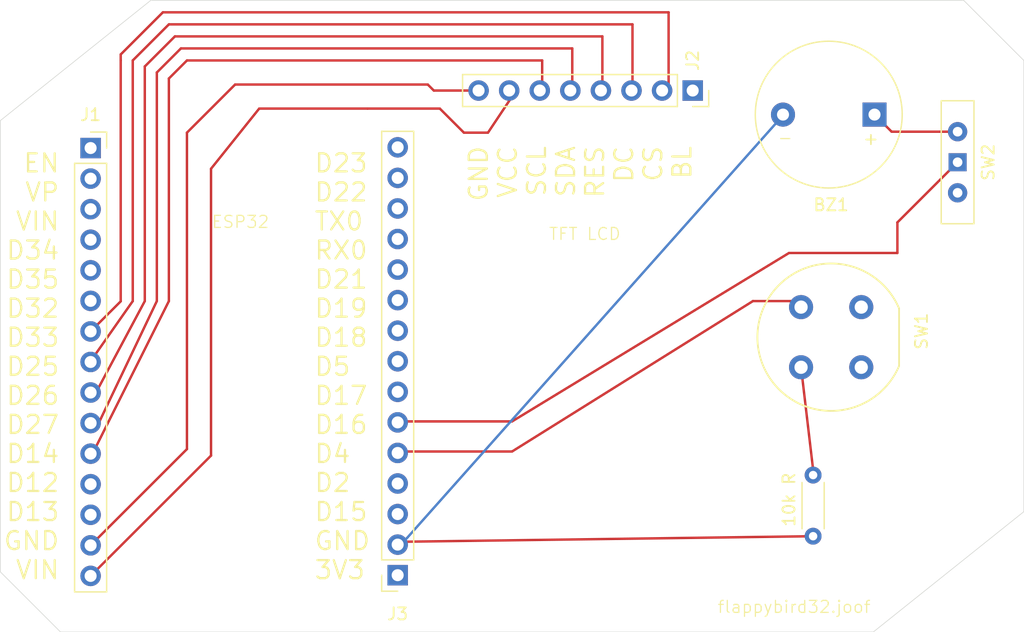
<source format=kicad_pcb>
(kicad_pcb (version 20241229) (generator "pcbnew") (generator_version "9.0")
  (layers (0 "F.Cu" signal) (2 "B.Cu" signal) (13 "F.Paste" user) (15 "B.Paste" user) (5 "F.SilkS" user "F.Silkscreen") (7 "B.SilkS" user "B.Silkscreen") (1 "F.Mask" user) (3 "B.Mask" user) (25 "Edge.Cuts" user))
  (net 0 "")
  (net 1 "Net-(BZ1--)")
  (net 2 "Net-(BZ1-+)")
  (net 4 "Net-(J1-Pin_9)")
  (net 6 "Net-(J1-Pin_11)")
  (net 8 "Net-(J1-Pin_15)")
  (net 9 "Net-(J1-Pin_8)")
  (net 13 "Net-(J1-Pin_14)")
  (net 15 "Net-(J1-Pin_10)")
  (net 16 "Net-(J1-Pin_7)")
  (net 21 "Net-(J3-Pin_5)")
  (net 25 "Net-(J3-Pin_6)")
  (net 33 "Net-(R1-Pad2)")
  (footprint "Button_Switch_THT:SW_Slide-03_Wuerth-WS-SLTV_10x2.5x6.4_P2.54mm" (layer "F.Cu") (at 152 43.46 -90)
    (property "Reference" "SW2" (at 0 -2.54 90) (layer "F.SilkS"))
    (property "Value" "SW_Wuerth_450301014042")
    (fp_rect (start -5.11 -1.36) (end 5.11 1.36) (stroke (width 0.12)) (fill no) (layer "F.SilkS"))
    (pad "1" thru_hole rect (at 0 0 270) (size 1.5 1.5) (drill 0.8) (layers "*.Cu" "*.Mask") (net 25 "Net-(J3-Pin_6)"))
    (pad "2" thru_hole circle (at -2.54 0 270) (size 1.6 1.6) (drill 0.8) (layers "*.Cu" "*.Mask") (net 2 "Net-(BZ1-+)"))
    (pad "3" thru_hole circle (at 2.54 0 270) (size 1.6 1.6) (drill 0.8) (layers "*.Cu" "*.Mask"))
  )
  (footprint "Connector_PinSocket_2.54mm:PinSocket_1x08_P2.54mm_Vertical" (layer "F.Cu") (at 130 37.5 -90)
    (property "Reference" "J2" (at -2.5 0 90) (layer "F.SilkS"))
    (property "Value" "Conn_01x08_Socket" (hide yes))
    (fp_line (start -1.33 19.11) (end 1.33 19.11) (stroke (width 0.12)) (layer "F.SilkS"))
    (fp_line (start -1.33 1.27) (end -1.33 19.11) (stroke (width 0.12)) (layer "F.SilkS"))
    (fp_line (start -1.33 1.27) (end 1.33 1.27) (stroke (width 0.12)) (layer "F.SilkS"))
    (fp_line (start 1.33 1.27) (end 1.33 19.11) (stroke (width 0.12)) (layer "F.SilkS"))
    (fp_line (start 0 -1.33) (end 1.33 -1.33) (stroke (width 0.12)) (layer "F.SilkS"))
    (fp_line (start 1.33 -1.33) (end 1.33 0) (stroke (width 0.12)) (layer "F.SilkS"))
    (pad "1" thru_hole rect (at 0 0 270) (size 1.7 1.7) (drill 1) (layers "*.Cu" "*.Mask"))
    (pad "2" thru_hole circle (at 0 2.54 270) (size 1.7 1.7) (drill 1) (layers "*.Cu" "*.Mask") (net 16 "Net-(J1-Pin_7)"))
    (pad "3" thru_hole circle (at 0 5.08 270) (size 1.7 1.7) (drill 1) (layers "*.Cu" "*.Mask") (net 9 "Net-(J1-Pin_8)"))
    (pad "4" thru_hole circle (at 0 7.62 270) (size 1.7 1.7) (drill 1) (layers "*.Cu" "*.Mask") (net 4 "Net-(J1-Pin_9)"))
    (pad "5" thru_hole circle (at 0 10.16 270) (size 1.7 1.7) (drill 1) (layers "*.Cu" "*.Mask") (net 15 "Net-(J1-Pin_10)"))
    (pad "6" thru_hole circle (at 0 12.7 270) (size 1.7 1.7) (drill 1) (layers "*.Cu" "*.Mask") (net 6 "Net-(J1-Pin_11)"))
    (pad "7" thru_hole circle (at 0 15.24 270) (size 1.7 1.7) (drill 1) (layers "*.Cu" "*.Mask") (net 8 "Net-(J1-Pin_15)"))
    (pad "8" thru_hole circle (at 0 17.78 270) (size 1.7 1.7) (drill 1) (layers "*.Cu" "*.Mask") (net 13 "Net-(J1-Pin_14)"))
  )
  (footprint "Buzzer_Beeper:Buzzer_12x9.5RM7.6" (layer "F.Cu") (at 145.1 39.5 180)
    (property "Reference" "BZ1" (hide yes))
    (property "Value" "Buzzer")
    (fp_circle (center 3.8 0) (end 9.9 0) (stroke (width 0.12)) (fill no) (layer "F.SilkS"))
    (fp_text user "+" (at 0.3 -2 0) (layer "F.SilkS"))
    (fp_text user "${REFERENCE}" (at 3.61 -7.5 0) (layer "F.SilkS"))
    (pad "1" thru_hole rect (at 0 0 180) (size 2 2) (drill 1) (layers "*.Cu" "*.Mask") (net 2 "Net-(BZ1-+)"))
    (pad "2" thru_hole circle (at 7.6 0 180) (size 2 2) (drill 1) (layers "*.Cu" "*.Mask") (net 1 "Net-(BZ1--)"))
  )
  (footprint "Connector_PinSocket_2.54mm:PinSocket_1x15_P2.54mm_Vertical" (layer "F.Cu") (at 105.5 77.78 180)
    (property "Reference" "J3" (at 0 -3.22 0) (layer "F.SilkS"))
    (property "Value" "Conn_01x15_Socket")
    (fp_line (start 1.33 1.27) (end 1.33 36.89) (stroke (width 0.12)) (layer "F.SilkS"))
    (fp_line (start 1.33 -1.33) (end 1.33 0) (stroke (width 0.12)) (layer "F.SilkS"))
    (fp_line (start 0 -1.33) (end 1.33 -1.33) (stroke (width 0.12)) (layer "F.SilkS"))
    (fp_line (start -1.33 36.89) (end 1.33 36.89) (stroke (width 0.12)) (layer "F.SilkS"))
    (fp_line (start -1.33 1.27) (end 1.33 1.27) (stroke (width 0.12)) (layer "F.SilkS"))
    (fp_line (start -1.33 1.27) (end -1.33 36.89) (stroke (width 0.12)) (layer "F.SilkS"))
    (pad "1" thru_hole rect (at 0 0 180) (size 1.7 1.7) (drill 1) (layers "*.Cu" "*.Mask"))
    (pad "2" thru_hole circle (at 0 2.54 180) (size 1.7 1.7) (drill 1) (layers "*.Cu" "*.Mask") (net 1 "Net-(BZ1--)"))
    (pad "3" thru_hole circle (at 0 5.08 180) (size 1.7 1.7) (drill 1) (layers "*.Cu" "*.Mask"))
    (pad "4" thru_hole circle (at 0 7.62 180) (size 1.7 1.7) (drill 1) (layers "*.Cu" "*.Mask"))
    (pad "5" thru_hole circle (at 0 10.16 180) (size 1.7 1.7) (drill 1) (layers "*.Cu" "*.Mask") (net 21 "Net-(J3-Pin_5)"))
    (pad "6" thru_hole circle (at 0 12.7 180) (size 1.7 1.7) (drill 1) (layers "*.Cu" "*.Mask") (net 25 "Net-(J3-Pin_6)"))
    (pad "7" thru_hole circle (at 0 15.24 180) (size 1.7 1.7) (drill 1) (layers "*.Cu" "*.Mask"))
    (pad "8" thru_hole circle (at 0 17.78 180) (size 1.7 1.7) (drill 1) (layers "*.Cu" "*.Mask"))
    (pad "9" thru_hole circle (at 0 20.32 180) (size 1.7 1.7) (drill 1) (layers "*.Cu" "*.Mask"))
    (pad "10" thru_hole circle (at 0 22.86 180) (size 1.7 1.7) (drill 1) (layers "*.Cu" "*.Mask"))
    (pad "11" thru_hole circle (at 0 25.4 180) (size 1.7 1.7) (drill 1) (layers "*.Cu" "*.Mask"))
    (pad "12" thru_hole circle (at 0 27.94 180) (size 1.7 1.7) (drill 1) (layers "*.Cu" "*.Mask"))
    (pad "13" thru_hole circle (at 0 30.48 180) (size 1.7 1.7) (drill 1) (layers "*.Cu" "*.Mask"))
    (pad "14" thru_hole circle (at 0 33.02 180) (size 1.7 1.7) (drill 1) (layers "*.Cu" "*.Mask"))
    (pad "15" thru_hole circle (at 0 35.56 180) (size 1.7 1.7) (drill 1) (layers "*.Cu" "*.Mask"))
  )
  (footprint "Connector_PinSocket_2.54mm:PinSocket_1x15_P2.54mm_Vertical" (layer "F.Cu") (at 80 42.28)
    (property "Reference" "J1" (at 0 -2.77 0) (layer "F.SilkS"))
    (property "Value" "Conn_01x15_Socket")
    (fp_line (start -1.33 1.27) (end -1.33 36.89) (stroke (width 0.12)) (layer "F.SilkS"))
    (fp_line (start -1.33 1.27) (end 1.33 1.27) (stroke (width 0.12)) (layer "F.SilkS"))
    (fp_line (start -1.33 36.89) (end 1.33 36.89) (stroke (width 0.12)) (layer "F.SilkS"))
    (fp_line (start 0 -1.33) (end 1.33 -1.33) (stroke (width 0.12)) (layer "F.SilkS"))
    (fp_line (start 1.33 -1.33) (end 1.33 0) (stroke (width 0.12)) (layer "F.SilkS"))
    (fp_line (start 1.33 1.27) (end 1.33 36.89) (stroke (width 0.12)) (layer "F.SilkS"))
    (pad "1" thru_hole rect (at 0 0) (size 1.7 1.7) (drill 1) (layers "*.Cu" "*.Mask"))
    (pad "2" thru_hole circle (at 0 2.54) (size 1.7 1.7) (drill 1) (layers "*.Cu" "*.Mask"))
    (pad "3" thru_hole circle (at 0 5.08) (size 1.7 1.7) (drill 1) (layers "*.Cu" "*.Mask"))
    (pad "4" thru_hole circle (at 0 7.62) (size 1.7 1.7) (drill 1) (layers "*.Cu" "*.Mask"))
    (pad "5" thru_hole circle (at 0 10.16) (size 1.7 1.7) (drill 1) (layers "*.Cu" "*.Mask"))
    (pad "6" thru_hole circle (at 0 12.7) (size 1.7 1.7) (drill 1) (layers "*.Cu" "*.Mask"))
    (pad "7" thru_hole circle (at 0 15.24) (size 1.7 1.7) (drill 1) (layers "*.Cu" "*.Mask") (net 16 "Net-(J1-Pin_7)"))
    (pad "8" thru_hole circle (at 0 17.78) (size 1.7 1.7) (drill 1) (layers "*.Cu" "*.Mask") (net 9 "Net-(J1-Pin_8)"))
    (pad "9" thru_hole circle (at 0 20.32) (size 1.7 1.7) (drill 1) (layers "*.Cu" "*.Mask") (net 4 "Net-(J1-Pin_9)"))
    (pad "10" thru_hole circle (at 0 22.86) (size 1.7 1.7) (drill 1) (layers "*.Cu" "*.Mask") (net 15 "Net-(J1-Pin_10)"))
    (pad "11" thru_hole circle (at 0 25.4) (size 1.7 1.7) (drill 1) (layers "*.Cu" "*.Mask") (net 6 "Net-(J1-Pin_11)"))
    (pad "12" thru_hole circle (at 0 27.94) (size 1.7 1.7) (drill 1) (layers "*.Cu" "*.Mask"))
    (pad "13" thru_hole circle (at 0 30.48) (size 1.7 1.7) (drill 1) (layers "*.Cu" "*.Mask"))
    (pad "14" thru_hole circle (at 0 33.02) (size 1.7 1.7) (drill 1) (layers "*.Cu" "*.Mask") (net 13 "Net-(J1-Pin_14)"))
    (pad "15" thru_hole circle (at 0 35.56) (size 1.7 1.7) (drill 1) (layers "*.Cu" "*.Mask") (net 8 "Net-(J1-Pin_15)"))
  )
  (footprint "Resistor_THT:R_Axial_DIN0204_L3.6mm_D1.6mm_P5.08mm_Horizontal" (layer "F.Cu") (at 140 74.54 90)
    (property "Reference" "10k R" (at 3.04 -2 90) (layer "F.SilkS"))
    (property "Value" "10k R")
    (fp_line (start 0.62 -0.92) (end 4.46 -0.92) (stroke (width 0.12)) (layer "F.SilkS"))
    (fp_line (start 0.62 0.92) (end 4.46 0.92) (stroke (width 0.12)) (layer "F.SilkS"))
    (pad "1" thru_hole circle (at 0 0 90) (size 1.4 1.4) (drill 0.7) (layers "*.Cu" "*.Mask") (net 1 "Net-(BZ1--)"))
    (pad "2" thru_hole circle (at 5.08 0 90) (size 1.4 1.4) (drill 0.7) (layers "*.Cu" "*.Mask") (net 33 "Net-(R1-Pad2)"))
  )
  (footprint "Button_Switch_THT:Push_E-Switch_KS01Q01" (layer "F.Cu") (at 139 60.5 90)
    (property "Reference" "SW1" (hide yes))
    (property "Value" "SW_Push_Dual")
    (fp_line (start 4.89 8.14) (end 0.11 8.14) (stroke (width 0.15)) (layer "F.SilkS"))
    (fp_arc (start 0.11 8.14) (mid 2.496283 -3.625495) (end 4.896843 8.137095) (stroke (width 0.15)) (layer "F.SilkS"))
    (fp_text user "${REFERENCE}" (at 3 10 90) (layer "F.SilkS"))
    (pad "1" thru_hole circle (at 0 0 90) (size 2 2) (drill 1.1) (layers "*.Cu" "*.Mask") (net 33 "Net-(R1-Pad2)"))
    (pad "2" thru_hole circle (at 5 0 90) (size 2 2) (drill 1.1) (layers "*.Cu" "*.Mask") (net 21 "Net-(J3-Pin_5)"))
    (pad "3" thru_hole circle (at 0 5 90) (size 2 2) (drill 1.1) (layers "*.Cu" "*.Mask"))
    (pad "4" thru_hole circle (at 5 5 90) (size 2 2) (drill 1.1) (layers "*.Cu" "*.Mask"))
  )
  (gr_line (start 86.5 32) (end 125 32) (stroke (width 0.2)) (layer "F.Cu") (net 9))
  (gr_line (start 125 32) (end 125 37) (stroke (width 0.2)) (layer "F.Cu") (net 9))
  (gr_line (start 87.5 34) (end 120 34) (stroke (width 0.2)) (layer "F.Cu") (net 15))
  (gr_line (start 83.5 35) (end 86.5 32) (stroke (width 0.2)) (layer "F.Cu") (net 9))
  (gr_line (start 84.5 35.5) (end 87 33) (stroke (width 0.2)) (layer "F.Cu") (net 4))
  (gr_line (start 83.5 55) (end 83.5 35) (stroke (width 0.2)) (layer "F.Cu") (net 9))
  (gr_line (start 115 67.5) (end 135 55) (stroke (width 0.2)) (layer "F.Cu") (net 21))
  (gr_line (start 82.5 55) (end 82.5 35) (stroke (width 0.2)) (layer "F.Cu") (net 16))
  (gr_line (start 122.5 33) (end 122.5 37) (stroke (width 0.2)) (layer "F.Cu") (net 4))
  (gr_line (start 111 41) (end 113 41) (stroke (width 0.2)) (layer "F.Cu") (net 8))
  (gr_line (start 128 31) (end 128 37) (stroke (width 0.2)) (layer "F.Cu") (net 16))
  (gr_line (start 138 51) (end 147 51) (stroke (width 0.2)) (layer "F.Cu") (net 25))
  (gr_line (start 86.5 36.5) (end 88 35) (stroke (width 0.2)) (layer "F.Cu") (net 6))
  (gr_line (start 84.5 55) (end 84.5 35.5) (stroke (width 0.2)) (layer "F.Cu") (net 4))
  (gr_line (start 86.5 55) (end 86.5 36.5) (stroke (width 0.2)) (layer "F.Cu") (net 6))
  (gr_line (start 120 34) (end 120 37) (stroke (width 0.2)) (layer "F.Cu") (net 15))
  (gr_line (start 109 39) (end 111 41) (stroke (width 0.2)) (layer "F.Cu") (net 8))
  (gr_line (start 140 69) (end 139 60.5) (stroke (width 0.2)) (layer "F.Cu") (net 33))
  (gr_line (start 94 39) (end 103 39) (stroke (width 0.2)) (layer "F.Cu") (net 8))
  (gr_line (start 88 35) (end 117.5 35) (stroke (width 0.2)) (layer "F.Cu") (net 6))
  (gr_line (start 85.5 55) (end 85.5 36) (stroke (width 0.2)) (layer "F.Cu") (net 15))
  (gr_line (start 105 67.5) (end 115 67.5) (stroke (width 0.2)) (layer "F.Cu") (net 21))
  (gr_line (start 87 33) (end 122.5 33) (stroke (width 0.2)) (layer "F.Cu") (net 4))
  (gr_line (start 113 41) (end 115 38) (stroke (width 0.2)) (layer "F.Cu") (net 8))
  (gr_line (start 90 44) (end 94 39) (stroke (width 0.2)) (layer "F.Cu") (net 8))
  (gr_line (start 105 65) (end 115 65) (stroke (width 0.2)) (layer "F.Cu") (net 25))
  (gr_line (start 103 39) (end 109 39) (stroke (width 0.2)) (layer "F.Cu") (net 8))
  (gr_line (start 117.5 35) (end 117.5 37) (stroke (width 0.2)) (layer "F.Cu") (net 6))
  (gr_line (start 80.5 62.5) (end 84.5 55) (stroke (width 0.2)) (layer "F.Cu") (net 4))
  (gr_line (start 135 55) (end 139 55) (stroke (width 0.2)) (layer "F.Cu") (net 21))
  (gr_line (start 79.975 60.03) (end 83.5 55) (stroke (width 0.2)) (layer "F.Cu") (net 9))
  (gr_line (start 80 68) (end 86.5 55) (stroke (width 0.2)) (layer "F.Cu") (net 6))
  (gr_line (start 115 65) (end 138 51) (stroke (width 0.2)) (layer "F.Cu") (net 25))
  (gr_line (start 80.5 65.5) (end 85.5 55) (stroke (width 0.2)) (layer "F.Cu") (net 15))
  (gr_line (start 85.5 36) (end 87.5 34) (stroke (width 0.2)) (layer "F.Cu") (net 15))
  (gr_line (start 106 75) (end 140 74.54) (stroke (width 0.2)) (layer "F.Cu") (net 1))
  (gr_line (start 138 39) (end 106 75) (stroke (width 0.2)) (layer "B.Cu") (net 1))
  (gr_poly (pts (xy 85 30) (xy 72.5 40) (xy 72.5 77.5) (xy 77.5 82.5) (xy 145 82.5) (xy 157.5 72.5) (xy 157.5 35) (xy 152.5 30)) (stroke (width 0.05)) (fill no) (layer "Edge.Cuts"))
  (gr_text "GND\nVCC\nSCL\nSDA\nRES\nDC\nCS\nBL" (at 130 42 90) (layer "F.SilkS") (effects (font (size 1.5 1.5) (thickness 0.1875)) (justify right bottom)))
  (gr_text "D23\nD22\nTX0\nRX0\nD21\nD19\nD18\nD5\nD17\nD16\nD4\nD2\nD15\nGND\n3V3" (at 98.5 78.22 0) (layer "F.SilkS") (effects (font (size 1.5 1.5) (thickness 0.1875)) (justify left bottom)))
  (gr_text "ESP32" (at 90 49 0) (layer "F.SilkS") (effects (font (size 1 1) (thickness 0.1)) (justify left bottom)))
  (gr_text "-" (at 137 42 0) (layer "F.SilkS") (effects (font (size 1 1) (thickness 0.1)) (justify left bottom)))
  (gr_text "flappybird32.joof" (at 132 81 0) (layer "F.SilkS") (effects (font (size 1 1) (thickness 0.1)) (justify left bottom)))
  (gr_text "TFT LCD" (at 118 50 0) (layer "F.SilkS") (effects (font (size 1 1) (thickness 0.1)) (justify left bottom)))
  (gr_text "EN\nVP\nVIN\nD34\nD35\nD32\nD33\nD25\nD26\nD27\nD14\nD12\nD13\nGND\nVIN" (at 77.5 78.22 0) (layer "F.SilkS") (effects (font (size 1.5 1.5) (thickness 0.1875)) (justify right bottom)))
  (segment (start 146.52 40.92) (end 145.1 39.5) (width 0.2) (layer "F.Cu") (net 2))
  (segment (start 152 40.92) (end 146.52 40.92) (width 0.2) (layer "F.Cu") (net 2))
  (segment (start 90 67.84) (end 90 44) (width 0.2) (layer "F.Cu") (net 8))
  (segment (start 80 77.84) (end 90 67.84) (width 0.2) (layer "F.Cu") (net 8))
  (segment (start 125 37.42) (end 124.92 37.5) (width 0.2) (layer "F.Cu") (net 9))
  (segment (start 88 41) (end 92 37) (width 0.2) (layer "F.Cu") (net 13))
  (segment (start 80 75.3) (end 88 67.3) (width 0.2) (layer "F.Cu") (net 13))
  (segment (start 108 37) (end 108.5 37.5) (width 0.2) (layer "F.Cu") (net 13))
  (segment (start 88 67.3) (end 88 41) (width 0.2) (layer "F.Cu") (net 13))
  (segment (start 108.5 37.5) (end 112.22 37.5) (width 0.2) (layer "F.Cu") (net 13))
  (segment (start 92 37) (end 108 37) (width 0.2) (layer "F.Cu") (net 13))
  (segment (start 80 57.52) (end 82.5 55.02) (width 0.2) (layer "F.Cu") (net 16))
  (segment (start 82.5 35) (end 82.5 34.5) (width 0.2) (layer "F.Cu") (net 16))
  (segment (start 86 31) (end 128 31) (width 0.2) (layer "F.Cu") (net 16))
  (segment (start 82.5 34.5) (end 86 31) (width 0.2) (layer "F.Cu") (net 16))
  (segment (start 147 48.46) (end 152 43.46) (width 0.2) (layer "F.Cu") (net 25))
  (segment (start 147 51) (end 147 48.46) (width 0.2) (layer "F.Cu") (net 25))
)
</source>
